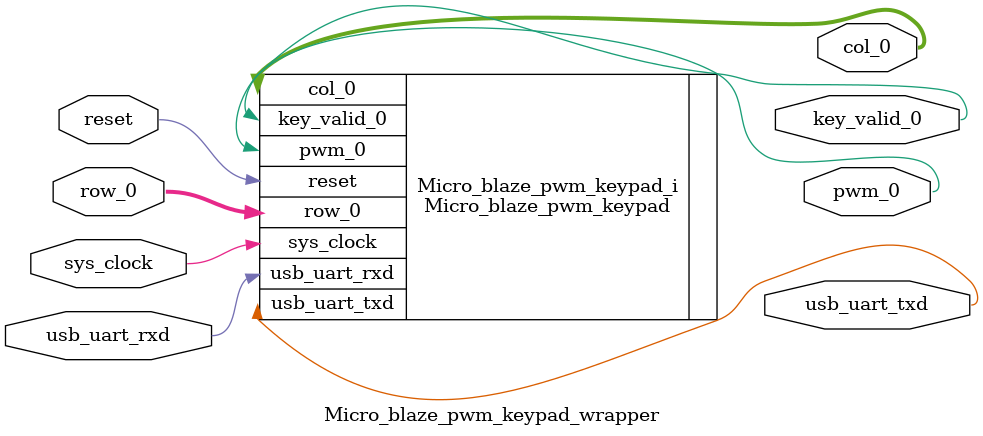
<source format=v>
`timescale 1 ps / 1 ps

module Micro_blaze_pwm_keypad_wrapper
   (col_0,
    key_valid_0,
    pwm_0,
    reset,
    row_0,
    sys_clock,
    usb_uart_rxd,
    usb_uart_txd);
  output [3:0]col_0;
  output key_valid_0;
  output pwm_0;
  input reset;
  input [3:0]row_0;
  input sys_clock;
  input usb_uart_rxd;
  output usb_uart_txd;

  wire [3:0]col_0;
  wire key_valid_0;
  wire pwm_0;
  wire reset;
  wire [3:0]row_0;
  wire sys_clock;
  wire usb_uart_rxd;
  wire usb_uart_txd;

  Micro_blaze_pwm_keypad Micro_blaze_pwm_keypad_i
       (.col_0(col_0),
        .key_valid_0(key_valid_0),
        .pwm_0(pwm_0),
        .reset(reset),
        .row_0(row_0),
        .sys_clock(sys_clock),
        .usb_uart_rxd(usb_uart_rxd),
        .usb_uart_txd(usb_uart_txd));
endmodule

</source>
